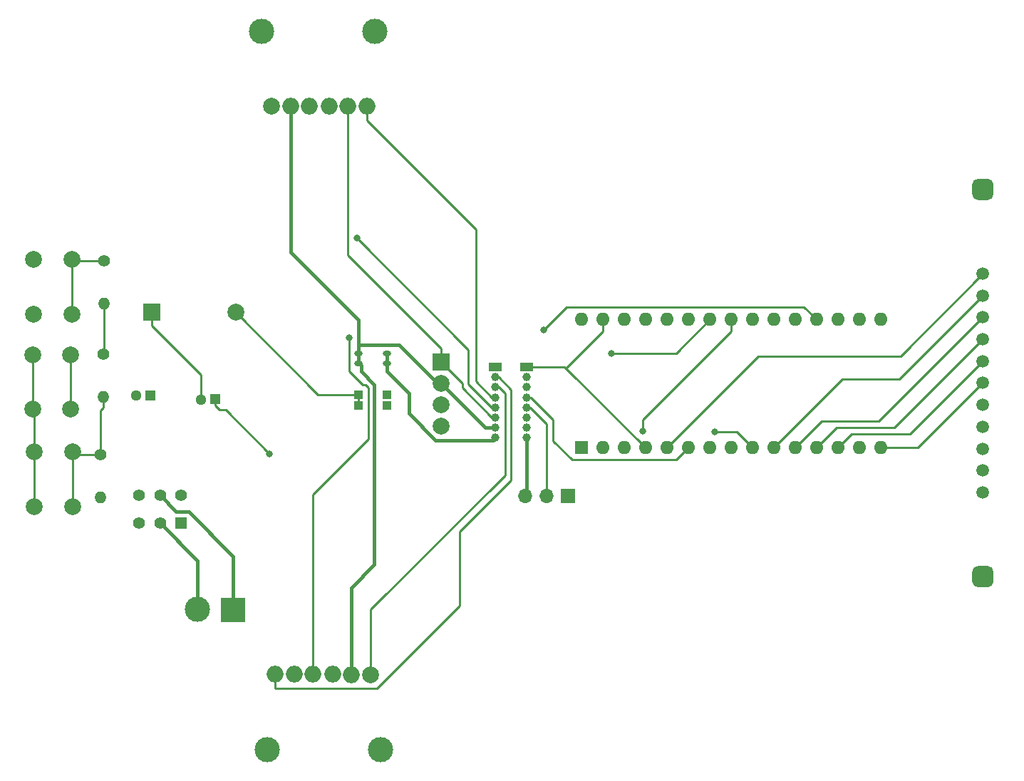
<source format=gbr>
%TF.GenerationSoftware,KiCad,Pcbnew,(5.1.10)-1*%
%TF.CreationDate,2021-12-09T17:47:55-06:00*%
%TF.ProjectId,Sigue_lineas,53696775-655f-46c6-996e-6561732e6b69,rev?*%
%TF.SameCoordinates,Original*%
%TF.FileFunction,Copper,L2,Bot*%
%TF.FilePolarity,Positive*%
%FSLAX46Y46*%
G04 Gerber Fmt 4.6, Leading zero omitted, Abs format (unit mm)*
G04 Created by KiCad (PCBNEW (5.1.10)-1) date 2021-12-09 17:47:55*
%MOMM*%
%LPD*%
G01*
G04 APERTURE LIST*
%TA.AperFunction,ComponentPad*%
%ADD10R,1.600000X1.600000*%
%TD*%
%TA.AperFunction,ComponentPad*%
%ADD11O,1.600000X1.600000*%
%TD*%
%TA.AperFunction,ComponentPad*%
%ADD12C,2.000000*%
%TD*%
%TA.AperFunction,ComponentPad*%
%ADD13R,2.000000X2.000000*%
%TD*%
%TA.AperFunction,ComponentPad*%
%ADD14O,1.300000X1.300000*%
%TD*%
%TA.AperFunction,ComponentPad*%
%ADD15R,1.300000X1.300000*%
%TD*%
%TA.AperFunction,ComponentPad*%
%ADD16C,1.400000*%
%TD*%
%TA.AperFunction,ComponentPad*%
%ADD17O,1.400000X1.400000*%
%TD*%
%TA.AperFunction,ComponentPad*%
%ADD18R,1.400000X1.400000*%
%TD*%
%TA.AperFunction,ComponentPad*%
%ADD19O,1.000000X0.700000*%
%TD*%
%TA.AperFunction,ComponentPad*%
%ADD20R,1.000000X1.000000*%
%TD*%
%TA.AperFunction,ComponentPad*%
%ADD21C,1.000000*%
%TD*%
%TA.AperFunction,ComponentPad*%
%ADD22R,1.500000X1.000000*%
%TD*%
%TA.AperFunction,ComponentPad*%
%ADD23O,2.000000X2.000000*%
%TD*%
%TA.AperFunction,ComponentPad*%
%ADD24C,3.000000*%
%TD*%
%TA.AperFunction,ComponentPad*%
%ADD25C,1.500000*%
%TD*%
%TA.AperFunction,ComponentPad*%
%ADD26R,3.000000X3.000000*%
%TD*%
%TA.AperFunction,ComponentPad*%
%ADD27R,1.700000X1.700000*%
%TD*%
%TA.AperFunction,ComponentPad*%
%ADD28O,1.700000X1.700000*%
%TD*%
%TA.AperFunction,ViaPad*%
%ADD29C,0.800000*%
%TD*%
%TA.AperFunction,Conductor*%
%ADD30C,0.250000*%
%TD*%
%TA.AperFunction,Conductor*%
%ADD31C,0.400000*%
%TD*%
G04 APERTURE END LIST*
D10*
%TO.P,A1,1*%
%TO.N,SERIAL-TX*%
X160419000Y-98151900D03*
D11*
%TO.P,A1,17*%
%TO.N,Net-(A1-Pad17)*%
X193439000Y-82911900D03*
%TO.P,A1,2*%
%TO.N,SERIAL-RX*%
X162959000Y-98151900D03*
%TO.P,A1,18*%
%TO.N,Net-(A1-Pad18)*%
X190899000Y-82911900D03*
%TO.P,A1,3*%
%TO.N,Net-(A1-Pad3)*%
X165499000Y-98151900D03*
%TO.P,A1,19*%
%TO.N,M2-ENCDR-B*%
X188359000Y-82911900D03*
%TO.P,A1,4*%
%TO.N,GND*%
X168039000Y-98151900D03*
%TO.P,A1,20*%
%TO.N,M2-ENCDR-A*%
X185819000Y-82911900D03*
%TO.P,A1,5*%
%TO.N,QTR-1*%
X170579000Y-98151900D03*
%TO.P,A1,21*%
%TO.N,M1-ENCDR-B*%
X183279000Y-82911900D03*
%TO.P,A1,6*%
%TO.N,MOTOR-2A*%
X173119000Y-98151900D03*
%TO.P,A1,22*%
%TO.N,M1-ENCDR-A*%
X180739000Y-82911900D03*
%TO.P,A1,7*%
%TO.N,IR-LED*%
X175659000Y-98151900D03*
%TO.P,A1,23*%
%TO.N,OLED-SDA*%
X178199000Y-82911900D03*
%TO.P,A1,8*%
%TO.N,MOTOR-1A*%
X178199000Y-98151900D03*
%TO.P,A1,24*%
%TO.N,OLED-SCL*%
X175659000Y-82911900D03*
%TO.P,A1,9*%
%TO.N,MOTOR-1B*%
X180739000Y-98151900D03*
%TO.P,A1,25*%
%TO.N,QTR-8*%
X173119000Y-82911900D03*
%TO.P,A1,10*%
%TO.N,QTR-2*%
X183279000Y-98151900D03*
%TO.P,A1,26*%
%TO.N,BUTTON*%
X170579000Y-82911900D03*
%TO.P,A1,11*%
%TO.N,QTR-3*%
X185819000Y-98151900D03*
%TO.P,A1,27*%
%TO.N,+5V*%
X168039000Y-82911900D03*
%TO.P,A1,12*%
%TO.N,QTR-4*%
X188359000Y-98151900D03*
%TO.P,A1,28*%
%TO.N,Net-(A1-Pad28)*%
X165499000Y-82911900D03*
%TO.P,A1,13*%
%TO.N,QTR-5*%
X190899000Y-98151900D03*
%TO.P,A1,29*%
%TO.N,GND*%
X162959000Y-82911900D03*
%TO.P,A1,14*%
%TO.N,MOTOR-2B*%
X193439000Y-98151900D03*
%TO.P,A1,30*%
%TO.N,Net-(A1-Pad30)*%
X160419000Y-82911900D03*
%TO.P,A1,15*%
%TO.N,QTR-6*%
X195979000Y-98151900D03*
%TO.P,A1,16*%
%TO.N,QTR-7*%
X195979000Y-82911900D03*
%TD*%
D12*
%TO.P,BZ1,2*%
%TO.N,GND*%
X119370000Y-82029300D03*
D13*
%TO.P,BZ1,1*%
%TO.N,Net-(BZ1-Pad1)*%
X109370000Y-82029300D03*
%TD*%
D14*
%TO.P,J1,2*%
%TO.N,Net-(BZ1-Pad1)*%
X115199280Y-92410300D03*
D15*
%TO.P,J1,1*%
%TO.N,SERIAL-RX*%
X116888380Y-92382360D03*
%TD*%
%TO.P,J2,1*%
%TO.N,BUTTON*%
X109187380Y-91927660D03*
D14*
%TO.P,J2,2*%
%TO.N,Net-(J2-Pad2)*%
X107498280Y-91955600D03*
%TD*%
D12*
%TO.P,LCD1,3*%
%TO.N,OLED-SCL*%
X143779100Y-93050200D03*
%TO.P,LCD1,2*%
%TO.N,+5V*%
X143779100Y-90510200D03*
%TO.P,LCD1,4*%
%TO.N,OLED-SDA*%
X143779100Y-95590200D03*
D13*
%TO.P,LCD1,1*%
%TO.N,GND*%
X143779100Y-87970200D03*
%TD*%
D16*
%TO.P,R1,1*%
%TO.N,Net-(J2-Pad2)*%
X103335000Y-98976200D03*
D17*
%TO.P,R1,2*%
%TO.N,+5V*%
X103335000Y-104056200D03*
%TD*%
%TO.P,R2,2*%
%TO.N,Net-(J2-Pad2)*%
X103660000Y-92090200D03*
D16*
%TO.P,R2,1*%
%TO.N,Net-(R2-Pad1)*%
X103660000Y-87010200D03*
%TD*%
%TO.P,R3,1*%
%TO.N,Net-(R3-Pad1)*%
X103708000Y-75897700D03*
D17*
%TO.P,R3,2*%
%TO.N,Net-(R2-Pad1)*%
X103708000Y-80977700D03*
%TD*%
D18*
%TO.P,SW1,1*%
%TO.N,GND*%
X112873000Y-107119000D03*
D16*
%TO.P,SW1,2*%
%TO.N,-BATT*%
X110373000Y-107119000D03*
%TO.P,SW1,3*%
%TO.N,Net-(SW1-Pad3)*%
X107873000Y-107119000D03*
%TO.P,SW1,4*%
%TO.N,+12V*%
X112873000Y-103819000D03*
%TO.P,SW1,5*%
%TO.N,+BATT*%
X110373000Y-103819000D03*
%TO.P,SW1,6*%
%TO.N,Net-(SW1-Pad6)*%
X107873000Y-103819000D03*
%TD*%
D12*
%TO.P,SW2,2*%
%TO.N,GND*%
X95456600Y-98602800D03*
%TO.P,SW2,1*%
%TO.N,Net-(J2-Pad2)*%
X99956600Y-98602800D03*
%TO.P,SW2,2*%
%TO.N,GND*%
X95456600Y-105102800D03*
%TO.P,SW2,1*%
%TO.N,Net-(J2-Pad2)*%
X99956600Y-105102800D03*
%TD*%
%TO.P,SW3,2*%
%TO.N,GND*%
X95256000Y-87078800D03*
%TO.P,SW3,1*%
%TO.N,Net-(R2-Pad1)*%
X99756000Y-87078800D03*
%TO.P,SW3,2*%
%TO.N,GND*%
X95256000Y-93578800D03*
%TO.P,SW3,1*%
%TO.N,Net-(R2-Pad1)*%
X99756000Y-93578800D03*
%TD*%
%TO.P,SW4,1*%
%TO.N,Net-(R3-Pad1)*%
X99875300Y-82263100D03*
%TO.P,SW4,2*%
%TO.N,GND*%
X95375300Y-82263100D03*
%TO.P,SW4,1*%
%TO.N,Net-(R3-Pad1)*%
X99875300Y-75763100D03*
%TO.P,SW4,2*%
%TO.N,GND*%
X95375300Y-75763100D03*
%TD*%
D19*
%TO.P,U2,3*%
%TO.N,+5V*%
X133971000Y-86908800D03*
X133971000Y-88108800D03*
%TO.P,U2,2*%
%TO.N,+12V*%
X137371000Y-88108800D03*
X137371000Y-86908800D03*
D20*
%TO.P,U2,4*%
%TO.N,GND*%
X133971000Y-93108800D03*
X133971000Y-91808800D03*
%TO.P,U2,1*%
X137371000Y-93108800D03*
X137371000Y-91808800D03*
%TD*%
D21*
%TO.P,U3,23*%
%TO.N,+5V*%
X153919000Y-96949400D03*
%TO.P,U3,21*%
%TO.N,MOTOR-1A*%
X153919000Y-94549400D03*
%TO.P,U3,22*%
%TO.N,MOTOR-1B*%
X153919000Y-95749400D03*
%TO.P,U3,19*%
%TO.N,MOTOR-EN*%
X153919000Y-93349400D03*
%TO.P,U3,17*%
%TO.N,MOTOR-2A*%
X153919000Y-92149400D03*
%TO.P,U3,16*%
%TO.N,MOTOR-2B*%
X153919000Y-90949400D03*
%TO.P,U3,15*%
%TO.N,+5V*%
X153919000Y-89749400D03*
D22*
%TO.P,U3,18*%
%TO.N,GND*%
X153919000Y-88549400D03*
D21*
%TO.P,U3,24*%
%TO.N,+12V*%
X150219000Y-96949400D03*
%TO.P,U3,20*%
%TO.N,+5V*%
X150219000Y-95749400D03*
%TO.P,U3,3*%
%TO.N,GND*%
X150219000Y-94549400D03*
%TO.P,U3,1*%
%TO.N,Net-(U3-Pad1)*%
X150219000Y-93349400D03*
%TO.P,U3,5*%
%TO.N,Net-(U3-Pad5)*%
X150219000Y-92149400D03*
%TO.P,U3,11*%
%TO.N,Net-(U3-Pad11)*%
X150219000Y-90949400D03*
%TO.P,U3,7*%
%TO.N,Net-(U3-Pad7)*%
X150219000Y-89749400D03*
D22*
%TO.P,U3,9*%
%TO.N,GND*%
X150219000Y-88549400D03*
%TD*%
D23*
%TO.P,U4,4*%
%TO.N,M1-ENCDR-B*%
X130476000Y-57602100D03*
%TO.P,U4,5*%
%TO.N,GND*%
X132676000Y-57602100D03*
D12*
%TO.P,U4,1*%
%TO.N,Net-(U3-Pad1)*%
X123611800Y-57548760D03*
D23*
%TO.P,U4,2*%
%TO.N,+5V*%
X125876000Y-57581780D03*
%TO.P,U4,3*%
%TO.N,M1-ENCDR-A*%
X128076000Y-57602100D03*
%TO.P,U4,6*%
%TO.N,Net-(U3-Pad5)*%
X134936000Y-57602100D03*
D24*
%TO.P,U4,*%
%TO.N,*%
X122443400Y-48646300D03*
X135852060Y-48646300D03*
%TD*%
%TO.P,U5,*%
%TO.N,*%
X123141940Y-134030000D03*
X136550600Y-134030000D03*
D23*
%TO.P,U5,6*%
%TO.N,Net-(U3-Pad7)*%
X124058000Y-125074200D03*
%TO.P,U5,3*%
%TO.N,M2-ENCDR-A*%
X130918000Y-125074200D03*
%TO.P,U5,2*%
%TO.N,+5V*%
X133118000Y-125094520D03*
D12*
%TO.P,U5,1*%
%TO.N,Net-(U3-Pad11)*%
X135382200Y-125127540D03*
D23*
%TO.P,U5,5*%
%TO.N,GND*%
X126318000Y-125074200D03*
%TO.P,U5,4*%
%TO.N,M2-ENCDR-B*%
X128518000Y-125074200D03*
%TD*%
D25*
%TO.P,U6,6*%
%TO.N,QTR-6*%
X208132000Y-90453000D03*
%TO.P,U6,5*%
%TO.N,QTR-5*%
X208132000Y-87853000D03*
%TO.P,U6,4*%
%TO.N,QTR-4*%
X208132000Y-85253000D03*
%TO.P,U6,3*%
%TO.N,QTR-3*%
X208132000Y-82653000D03*
%TO.P,U6,2*%
%TO.N,QTR-2*%
X208132000Y-80053000D03*
%TO.P,U6,1*%
%TO.N,QTR-1*%
X208132000Y-77453000D03*
%TO.P,U6,7*%
%TO.N,QTR-7*%
X208132000Y-93053000D03*
%TO.P,U6,8*%
%TO.N,QTR-8*%
X208132000Y-95653000D03*
%TO.P,U6,16*%
%TO.N,IR_LED*%
X208132000Y-98253000D03*
%TO.P,U6,18*%
%TO.N,+5V*%
X208132000Y-100853000D03*
%TO.P,U6,19*%
%TO.N,GND*%
X208132000Y-103453000D03*
%TO.P,U6,*%
%TO.N,*%
%TA.AperFunction,ComponentPad*%
G36*
G01*
X208757000Y-68703000D02*
X207507000Y-68703000D01*
G75*
G02*
X206882000Y-68078000I0J625000D01*
G01*
X206882000Y-66828000D01*
G75*
G02*
X207507000Y-66203000I625000J0D01*
G01*
X208757000Y-66203000D01*
G75*
G02*
X209382000Y-66828000I0J-625000D01*
G01*
X209382000Y-68078000D01*
G75*
G02*
X208757000Y-68703000I-625000J0D01*
G01*
G37*
%TD.AperFunction*%
%TA.AperFunction,ComponentPad*%
G36*
G01*
X208757000Y-114703000D02*
X207507000Y-114703000D01*
G75*
G02*
X206882000Y-114078000I0J625000D01*
G01*
X206882000Y-112828000D01*
G75*
G02*
X207507000Y-112203000I625000J0D01*
G01*
X208757000Y-112203000D01*
G75*
G02*
X209382000Y-112828000I0J-625000D01*
G01*
X209382000Y-114078000D01*
G75*
G02*
X208757000Y-114703000I-625000J0D01*
G01*
G37*
%TD.AperFunction*%
%TD*%
D24*
%TO.P,J4,1*%
%TO.N,-BATT*%
X114830540Y-117368640D03*
D26*
%TO.P,J4,2*%
%TO.N,+BATT*%
X119082500Y-117394040D03*
%TD*%
D27*
%TO.P,J5,1*%
%TO.N,SERIAL-TX*%
X158836000Y-103866000D03*
D28*
%TO.P,J5,2*%
%TO.N,MOTOR-EN*%
X156296000Y-103866000D03*
%TO.P,J5,3*%
%TO.N,+5V*%
X153756000Y-103866000D03*
%TD*%
D29*
%TO.N,SERIAL-RX*%
X123378100Y-98872100D03*
%TO.N,M2-ENCDR-B*%
X132844500Y-85039500D03*
X155963500Y-84111300D03*
%TO.N,OLED-SDA*%
X167759500Y-96170600D03*
%TO.N,OLED-SCL*%
X164006500Y-86902400D03*
%TO.N,MOTOR-1B*%
X176282700Y-96295100D03*
%TO.N,Net-(U3-Pad1)*%
X133736100Y-73219400D03*
%TD*%
D30*
%TO.N,SERIAL-RX*%
X118163700Y-93657700D02*
X123378100Y-98872100D01*
X118163700Y-93657700D02*
X117442260Y-93657700D01*
X116888380Y-93103820D02*
X116888380Y-92382360D01*
X117442260Y-93657700D02*
X116888380Y-93103820D01*
%TO.N,M2-ENCDR-B*%
X158626200Y-81448600D02*
X186895700Y-81448600D01*
X186895700Y-81448600D02*
X188359000Y-82911900D01*
X155963500Y-84111300D02*
X158626200Y-81448600D01*
X128518000Y-103668100D02*
X135096400Y-97089700D01*
X128518000Y-125074200D02*
X128518000Y-103668100D01*
X135096400Y-97089700D02*
X135096400Y-91005700D01*
X134445100Y-90683400D02*
X132844500Y-89082800D01*
X132844500Y-89082800D02*
X132844500Y-85039500D01*
X134774100Y-90683400D02*
X134445100Y-90683400D01*
X135096400Y-91005700D02*
X134774100Y-90683400D01*
%TO.N,GND*%
X143779100Y-87970200D02*
X143779100Y-86344900D01*
X143779100Y-86344900D02*
X132676000Y-75241800D01*
X132676000Y-75241800D02*
X132676000Y-57602100D01*
X150219000Y-94549400D02*
X149809400Y-94549400D01*
X149809400Y-94549400D02*
X146272300Y-91012300D01*
X146272300Y-91012300D02*
X146272300Y-90463400D01*
X146272300Y-90463400D02*
X143779100Y-87970200D01*
X168039000Y-98151900D02*
X158591700Y-88704500D01*
X158591700Y-88704500D02*
X158436500Y-88549400D01*
X158436500Y-88549400D02*
X153919000Y-88549400D01*
X158591700Y-88704500D02*
X162959000Y-84337200D01*
X162959000Y-82911900D02*
X162959000Y-84337200D01*
X133971000Y-91808800D02*
X129149500Y-91808800D01*
X129149500Y-91808800D02*
X119370000Y-82029300D01*
X133971000Y-91808800D02*
X133971000Y-93108800D01*
X95456600Y-105102800D02*
X95456600Y-98602800D01*
X95256000Y-87078800D02*
X95256000Y-93578800D01*
X95256000Y-93578800D02*
X95456600Y-93779400D01*
X95456600Y-93779400D02*
X95456600Y-98602800D01*
%TO.N,QTR-1*%
X208132000Y-77453000D02*
X198338300Y-87246700D01*
X198338300Y-87246700D02*
X181484200Y-87246700D01*
X181484200Y-87246700D02*
X170579000Y-98151900D01*
%TO.N,MOTOR-2A*%
X153919000Y-92149400D02*
X154407800Y-92149400D01*
X154407800Y-92149400D02*
X157046400Y-94788000D01*
X157046400Y-94788000D02*
X157046400Y-97319800D01*
X157046400Y-97319800D02*
X159311600Y-99585000D01*
X159311600Y-99585000D02*
X171685900Y-99585000D01*
X171685900Y-99585000D02*
X173119000Y-98151900D01*
%TO.N,OLED-SDA*%
X178199000Y-84337200D02*
X167759500Y-94776700D01*
X167759500Y-94776700D02*
X167759500Y-96170600D01*
X178199000Y-82911900D02*
X178199000Y-84337200D01*
%TO.N,OLED-SCL*%
X164006500Y-86902400D02*
X171668500Y-86902400D01*
X171668500Y-86902400D02*
X175659000Y-82911900D01*
%TO.N,MOTOR-1B*%
X176282700Y-96295100D02*
X178882200Y-96295100D01*
X178882200Y-96295100D02*
X180739000Y-98151900D01*
%TO.N,QTR-2*%
X208132000Y-80053000D02*
X198175700Y-90009300D01*
X198175700Y-90009300D02*
X191421600Y-90009300D01*
X191421600Y-90009300D02*
X183279000Y-98151900D01*
%TO.N,QTR-3*%
X208132000Y-82653000D02*
X195778500Y-95006500D01*
X195778500Y-95006500D02*
X188964400Y-95006500D01*
X188964400Y-95006500D02*
X185819000Y-98151900D01*
D31*
%TO.N,+5V*%
X133971000Y-85933500D02*
X133971000Y-82977900D01*
X133971000Y-82977900D02*
X125876000Y-74882900D01*
X125876000Y-74882900D02*
X125876000Y-57581800D01*
D30*
X143779100Y-90510200D02*
X143363000Y-90510200D01*
D31*
X143363000Y-90510200D02*
X138786300Y-85933500D01*
X138786300Y-85933500D02*
X133971000Y-85933500D01*
X150219000Y-95749400D02*
X149018300Y-95749400D01*
X149018300Y-95749400D02*
X143779100Y-90510200D01*
X133971000Y-86908800D02*
X133971000Y-85933500D01*
X134245300Y-89084100D02*
X135846800Y-90685600D01*
X135846800Y-90685600D02*
X135846800Y-112035700D01*
X135846800Y-112035700D02*
X133118000Y-114764500D01*
X133118000Y-114764500D02*
X133118000Y-125094500D01*
X133971000Y-88108800D02*
X133971000Y-86908800D01*
D30*
X134245300Y-88383100D02*
X133971000Y-88108800D01*
D31*
X134245300Y-89084100D02*
X134245300Y-88383100D01*
D30*
X153919000Y-103703000D02*
X153756000Y-103866000D01*
D31*
X153919000Y-96949400D02*
X153919000Y-103703000D01*
D30*
%TO.N,QTR-4*%
X208132000Y-85253000D02*
X197628200Y-95756800D01*
X197628200Y-95756800D02*
X190754100Y-95756800D01*
X190754100Y-95756800D02*
X188359000Y-98151900D01*
%TO.N,QTR-5*%
X208132000Y-87853000D02*
X199477900Y-96507100D01*
X199477900Y-96507100D02*
X192543800Y-96507100D01*
X192543800Y-96507100D02*
X190899000Y-98151900D01*
%TO.N,QTR-6*%
X208132000Y-90453000D02*
X200433100Y-98151900D01*
X200433100Y-98151900D02*
X195979000Y-98151900D01*
%TO.N,Net-(BZ1-Pad1)*%
X109370000Y-82029300D02*
X109370000Y-83654600D01*
X115199300Y-92410300D02*
X115199300Y-89483900D01*
X115199300Y-89483900D02*
X109370000Y-83654600D01*
%TO.N,Net-(J2-Pad2)*%
X103660000Y-92090200D02*
X103660000Y-93415500D01*
X103335000Y-98976200D02*
X103335000Y-93740500D01*
X103335000Y-93740500D02*
X103660000Y-93415500D01*
X99956600Y-98976200D02*
X103335000Y-98976200D01*
X99956600Y-98976200D02*
X99956600Y-98602800D01*
X99956600Y-105102800D02*
X99956600Y-98976200D01*
D31*
%TO.N,+BATT*%
X119082500Y-117394000D02*
X119082500Y-111044200D01*
X119082500Y-111044200D02*
X113772700Y-105734400D01*
X113772700Y-105734400D02*
X112288400Y-105734400D01*
X112288400Y-105734400D02*
X110373000Y-103819000D01*
%TO.N,-BATT*%
X114830500Y-117368600D02*
X114830500Y-111576500D01*
X114830500Y-111576500D02*
X110373000Y-107119000D01*
D30*
%TO.N,MOTOR-EN*%
X156296000Y-103866000D02*
X156296000Y-102390700D01*
X153919000Y-93349400D02*
X154350800Y-93349400D01*
X154350800Y-93349400D02*
X156296000Y-95294600D01*
X156296000Y-95294600D02*
X156296000Y-102390700D01*
%TO.N,Net-(R2-Pad1)*%
X103660000Y-87010200D02*
X103708000Y-86962200D01*
X103708000Y-86962200D02*
X103708000Y-80977700D01*
X99756000Y-93578800D02*
X99756000Y-87078800D01*
%TO.N,Net-(R3-Pad1)*%
X99875300Y-75897700D02*
X99875300Y-75763100D01*
X99875300Y-82263100D02*
X99875300Y-75897700D01*
X99875300Y-75897700D02*
X103708000Y-75897700D01*
D31*
%TO.N,+12V*%
X137371000Y-88108800D02*
X137371000Y-89084100D01*
D30*
X150219000Y-96949400D02*
X149933300Y-97235100D01*
D31*
X149933300Y-97235100D02*
X143096700Y-97235100D01*
X143096700Y-97235100D02*
X139945600Y-94084000D01*
X139945600Y-94084000D02*
X139945600Y-91658700D01*
X139945600Y-91658700D02*
X137371000Y-89084100D01*
X137371000Y-86908800D02*
X137371000Y-88108800D01*
D30*
%TO.N,Net-(U3-Pad1)*%
X150219000Y-93349400D02*
X149809700Y-93349400D01*
X149809700Y-93349400D02*
X147022700Y-90562400D01*
X147022700Y-90562400D02*
X147022700Y-86506000D01*
X147022700Y-86506000D02*
X133736100Y-73219400D01*
%TO.N,Net-(U3-Pad5)*%
X134936000Y-57602100D02*
X134936000Y-59227400D01*
X134936000Y-59227400D02*
X147875300Y-72166700D01*
X147875300Y-72166700D02*
X147875300Y-90209400D01*
X147875300Y-90209400D02*
X149815300Y-92149400D01*
X149815300Y-92149400D02*
X150219000Y-92149400D01*
%TO.N,Net-(U3-Pad11)*%
X135382200Y-125127500D02*
X135382200Y-117376500D01*
X135382200Y-117376500D02*
X151345200Y-101413500D01*
X151345200Y-101413500D02*
X151345200Y-91675600D01*
X151345200Y-91675600D02*
X150619000Y-90949400D01*
X150619000Y-90949400D02*
X150219000Y-90949400D01*
%TO.N,Net-(U3-Pad7)*%
X124058000Y-125074200D02*
X124058000Y-126699500D01*
X124058000Y-126699500D02*
X124120100Y-126761600D01*
X124120100Y-126761600D02*
X136107800Y-126761600D01*
X136107800Y-126761600D02*
X145978200Y-116891200D01*
X145978200Y-116891200D02*
X145978200Y-108133100D01*
X145978200Y-108133100D02*
X152096400Y-102014900D01*
X152096400Y-102014900D02*
X152096400Y-91232200D01*
X152096400Y-91232200D02*
X150613600Y-89749400D01*
X150613600Y-89749400D02*
X150219000Y-89749400D01*
%TD*%
M02*

</source>
